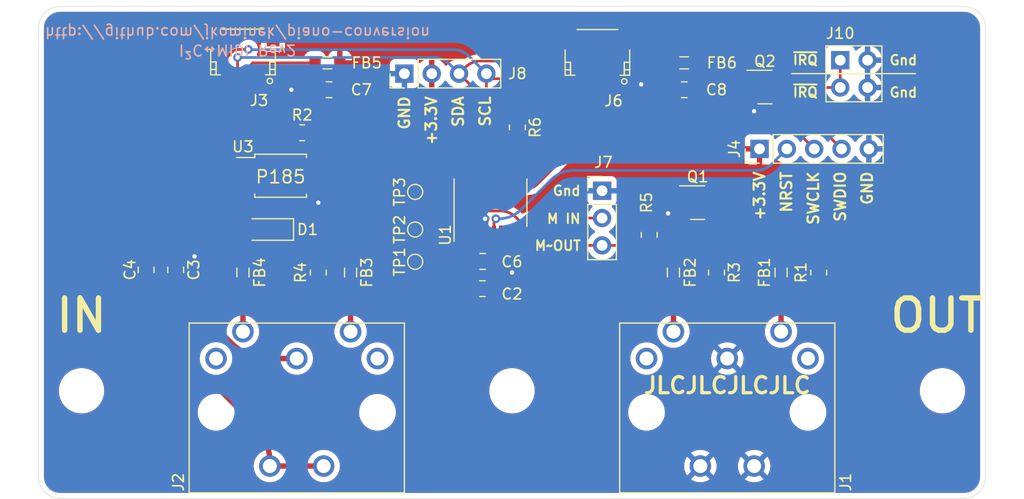
<source format=kicad_pcb>
(kicad_pcb (version 20211014) (generator pcbnew)
  (layers (0 "F.Cu" signal) (31 "B.Cu" signal) (34 "B.Paste" user) (35 "F.Paste" user) (36 "B.SilkS" user "B.Silkscreen") (37 "F.SilkS" user "F.Silkscreen") (38 "B.Mask" user) (39 "F.Mask" user) (44 "Edge.Cuts" user))
  (net 0 "")
  (net 1 "GND")
  (net 2 "+3V3")
  (net 3 "Net-(C3-Pad2)")
  (net 4 "Net-(C4-Pad2)")
  (net 5 "Net-(D1-Pad1)")
  (net 6 "Net-(D1-Pad2)")
  (net 7 "Net-(FB1-Pad2)")
  (net 8 "Net-(FB1-Pad1)")
  (net 9 "Net-(FB2-Pad1)")
  (net 10 "Net-(FB2-Pad2)")
  (net 11 "Net-(FB3-Pad1)")
  (net 12 "Net-(FB4-Pad2)")
  (net 13 "/RX")
  (net 14 "Net-(Q1-Pad1)")
  (net 15 "Net-(FB3-Pad2)")
  (net 16 "Net-(FB5-Pad1)")
  (net 17 "Net-(FB6-Pad1)")
  (net 18 "/SCL")
  (net 19 "/SDA")
  (net 24 "/~{TX}")
  (net 26 "/NRST")
  (net 33 "/SWDIO")
  (net 34 "/SWCLK")
  (net 35 "Net-(TP1-Pad1)")
  (net 36 "Net-(TP2-Pad1)")
  (net 37 "Net-(TP3-Pad1)")
  (net 38 "Net-(Q1-Pad3)")
  (net 39 "Net-(J10-Pad1)")
  (net 40 "Net-(Q2-Pad1)")
  (net 41 "/IRQ")
  (footprint "footprints:SDS-50J" (layer "F.Cu") (at 140 77)
    (fp_text reference "J2" (at -11 1.5 90) (layer "F.SilkS"))
    (fp_text value "MIDI IN")
    (pad "" np_thru_hole circle locked (at -7.5 -5) (size 2.4 2.4) (drill 2.4) (layers *.Cu *.Mask))
    (pad "" np_thru_hole circle locked (at 7.5 -5) (size 2.4 2.4) (drill 2.4) (layers *.Cu *.Mask))
    (pad "1" thru_hole circle locked (at 7.5 -10) (size 2 2) (drill 1.3) (layers *.Cu *.Mask))
    (pad "2" thru_hole circle locked (at 0 -10) (size 2 2) (drill 1.3) (layers *.Cu *.Mask) (net 3 "Net-(C3-Pad2)"))
    (pad "3" thru_hole circle locked (at -7.5 -10) (size 2 2) (drill 1.3) (layers *.Cu *.Mask))
    (pad "4" thru_hole circle locked (at 5 -12.5) (size 2 2) (drill 1.3) (layers *.Cu *.Mask) (net 11 "Net-(FB3-Pad1)"))
    (pad "5" thru_hole circle locked (at -5 -12.5) (size 2 2) (drill 1.3) (layers *.Cu *.Mask) (net 12 "Net-(FB4-Pad2)"))
    (pad "6" thru_hole circle locked (at 2.5 0) (size 2 2) (drill 1.3) (layers *.Cu *.Mask) (net 4 "Net-(C4-Pad2)"))
    (pad "6" thru_hole circle locked (at -2.5 0) (size 2 2) (drill 1.3) (layers *.Cu *.Mask) (net 4 "Net-(C4-Pad2)"))
  )
  (footprint "Capacitor_SMD:C_0805_2012Metric_Pad1.18x1.45mm_HandSolder" (layer "F.Cu") (at 128.75 58.75 -90)
    (fp_text reference "C3" (at 0 -1.68 -90) (layer "F.SilkS"))
    (fp_text value "0.1uF")
    (pad "1" smd roundrect (at -1.0375 0 270) (size 1.175 1.45) (layers "F.Cu" "F.Paste" "F.Mask") (roundrect_rratio 0.212766) (net 1 "GND"))
    (pad "2" smd roundrect (at 1.0375 0 270) (size 1.175 1.45) (layers "F.Cu" "F.Paste" "F.Mask") (roundrect_rratio 0.212766) (net 3 "Net-(C3-Pad2)"))
  )
  (footprint "Capacitor_SMD:C_0805_2012Metric_Pad1.18x1.45mm_HandSolder" (layer "F.Cu") (at 126 58.75 -90)
    (fp_text reference "C4" (at 0 1.5 -90) (layer "F.SilkS"))
    (fp_text value "0.1uF")
    (pad "1" smd roundrect (at -1.0375 0 270) (size 1.175 1.45) (layers "F.Cu" "F.Paste" "F.Mask") (roundrect_rratio 0.212766) (net 1 "GND"))
    (pad "2" smd roundrect (at 1.0375 0 270) (size 1.175 1.45) (layers "F.Cu" "F.Paste" "F.Mask") (roundrect_rratio 0.212766) (net 4 "Net-(C4-Pad2)"))
  )
  (footprint "Diode_SMD:D_SOD-123F" (layer "F.Cu") (at 137.5 55 180)
    (fp_text reference "D1" (at -3.5 0) (layer "F.SilkS"))
    (fp_text value "Vf>=4")
    (pad "1" smd rect (at -1.4 0 180) (size 1.1 1.1) (layers "F.Cu" "F.Paste" "F.Mask") (net 5 "Net-(D1-Pad1)"))
    (pad "2" smd rect (at 1.4 0 180) (size 1.1 1.1) (layers "F.Cu" "F.Paste" "F.Mask") (net 6 "Net-(D1-Pad2)"))
  )
  (footprint "Inductor_SMD:L_0805_2012Metric_Pad1.05x1.20mm_HandSolder" (layer "F.Cu") (at 185 59 90)
    (fp_text reference "FB1" (at 0 -1.55 90) (layer "F.SilkS"))
    (fp_text value "Ferrite")
    (pad "1" smd roundrect (at -1.15 0 90) (size 1.05 1.2) (layers "F.Cu" "F.Paste" "F.Mask") (roundrect_rratio 0.238095) (net 8 "Net-(FB1-Pad1)"))
    (pad "2" smd roundrect (at 1.15 0 90) (size 1.05 1.2) (layers "F.Cu" "F.Paste" "F.Mask") (roundrect_rratio 0.238095) (net 7 "Net-(FB1-Pad2)"))
  )
  (footprint "Inductor_SMD:L_0805_2012Metric_Pad1.05x1.20mm_HandSolder" (layer "F.Cu") (at 145 59 90)
    (fp_text reference "FB3" (at 0 1.5 90) (layer "F.SilkS"))
    (fp_text value "Ferrite")
    (pad "1" smd roundrect (at -1.15 0 90) (size 1.05 1.2) (layers "F.Cu" "F.Paste" "F.Mask") (roundrect_rratio 0.238095) (net 11 "Net-(FB3-Pad1)"))
    (pad "2" smd roundrect (at 1.15 0 90) (size 1.05 1.2) (layers "F.Cu" "F.Paste" "F.Mask") (roundrect_rratio 0.238095) (net 15 "Net-(FB3-Pad2)"))
  )
  (footprint "Inductor_SMD:L_0805_2012Metric_Pad1.05x1.20mm_HandSolder" (layer "F.Cu") (at 135 59 -90)
    (fp_text reference "FB4" (at 0 -1.55 -90) (layer "F.SilkS"))
    (fp_text value "Ferrite")
    (pad "1" smd roundrect (at -1.15 0 270) (size 1.05 1.2) (layers "F.Cu" "F.Paste" "F.Mask") (roundrect_rratio 0.238095) (net 6 "Net-(D1-Pad2)"))
    (pad "2" smd roundrect (at 1.15 0 270) (size 1.05 1.2) (layers "F.Cu" "F.Paste" "F.Mask") (roundrect_rratio 0.238095) (net 12 "Net-(FB4-Pad2)"))
  )
  (footprint "Resistor_SMD:R_0805_2012Metric_Pad1.20x1.40mm_HandSolder" (layer "F.Cu") (at 188.5 59 90)
    (fp_text reference "R1" (at 0 -1.65 90) (layer "F.SilkS"))
    (fp_text value "R_A")
    (pad "1" smd roundrect (at -1 0 90) (size 1.2 1.4) (layers "F.Cu" "F.Paste" "F.Mask") (roundrect_rratio 0.208333) (net 2 "+3V3"))
    (pad "2" smd roundrect (at 1 0 90) (size 1.2 1.4) (layers "F.Cu" "F.Paste" "F.Mask") (roundrect_rratio 0.208333) (net 7 "Net-(FB1-Pad2)"))
  )
  (footprint "Resistor_SMD:R_0805_2012Metric_Pad1.20x1.40mm_HandSolder" (layer "F.Cu") (at 140.5 46)
    (fp_text reference "R2" (at 0 -1.65) (layer "F.SilkS"))
    (fp_text value "R_O")
    (pad "1" smd roundrect (at -1 0) (size 1.2 1.4) (layers "F.Cu" "F.Paste" "F.Mask") (roundrect_rratio 0.208333) (net 2 "+3V3"))
    (pad "2" smd roundrect (at 1 0) (size 1.2 1.4) (layers "F.Cu" "F.Paste" "F.Mask") (roundrect_rratio 0.208333) (net 13 "/RX"))
  )
  (footprint "Resistor_SMD:R_0805_2012Metric_Pad1.20x1.40mm_HandSolder" (layer "F.Cu") (at 179 59 -90)
    (fp_text reference "R3" (at 0 -1.65 -90) (layer "F.SilkS"))
    (fp_text value "R_C")
    (pad "1" smd roundrect (at -1 0 270) (size 1.2 1.4) (layers "F.Cu" "F.Paste" "F.Mask") (roundrect_rratio 0.208333) (net 38 "Net-(Q1-Pad3)"))
    (pad "2" smd roundrect (at 1 0 270) (size 1.2 1.4) (layers "F.Cu" "F.Paste" "F.Mask") (roundrect_rratio 0.208333) (net 9 "Net-(FB2-Pad1)"))
  )
  (footprint "Inductor_SMD:L_0805_2012Metric_Pad1.05x1.20mm_HandSolder" (layer "F.Cu") (at 175 59 -90)
    (fp_text reference "FB2" (at 0 -1.55 -90) (layer "F.SilkS"))
    (fp_text value "Ferrite")
    (pad "1" smd roundrect (at -1.15 0 270) (size 1.05 1.2) (layers "F.Cu" "F.Paste" "F.Mask") (roundrect_rratio 0.238095) (net 9 "Net-(FB2-Pad1)"))
    (pad "2" smd roundrect (at 1.15 0 270) (size 1.05 1.2) (layers "F.Cu" "F.Paste" "F.Mask") (roundrect_rratio 0.238095) (net 10 "Net-(FB2-Pad2)"))
  )
  (footprint "Resistor_SMD:R_0805_2012Metric_Pad1.20x1.40mm_HandSolder" (layer "F.Cu") (at 142 59 90)
    (fp_text reference "R4" (at 0 -1.65 90) (layer "F.SilkS"))
    (fp_text value "220")
    (pad "1" smd roundrect (at -1 0 90) (size 1.2 1.4) (layers "F.Cu" "F.Paste" "F.Mask") (roundrect_rratio 0.208333) (net 5 "Net-(D1-Pad1)"))
    (pad "2" smd roundrect (at 1 0 90) (size 1.2 1.4) (layers "F.Cu" "F.Paste" "F.Mask") (roundrect_rratio 0.208333) (net 15 "Net-(FB3-Pad2)"))
  )
  (footprint "Housings_SOIC:SO-6_4.4x3.6mm_Pitch1.27mm" (layer "F.Cu") (at 138.5 50)
    (fp_text reference "U3" (at -3.5 -2.7) (layer "F.SilkS"))
    (fp_text value "TLP185(SE")
    (pad "1" smd rect locked (at -3.15 -1.27) (size 2 0.64) (layers "F.Cu" "F.Paste" "F.Mask") (net 5 "Net-(D1-Pad1)"))
    (pad "3" smd rect locked (at -3.15 1.27) (size 2 0.64) (layers "F.Cu" "F.Paste" "F.Mask") (net 6 "Net-(D1-Pad2)"))
    (pad "4" smd rect locked (at 3.15 1.27) (size 2 0.64) (layers "F.Cu" "F.Paste" "F.Mask") (net 1 "GND"))
    (pad "6" smd rect locked (at 3.15 -1.27) (size 2 0.64) (layers "F.Cu" "F.Paste" "F.Mask") (net 13 "/RX"))
  )
  (footprint "Capacitor_SMD:C_0805_2012Metric_Pad1.18x1.45mm_HandSolder" (layer "F.Cu") (at 157.27 57.968 180)
    (fp_text reference "C6" (at -2.73 -0.032 180) (layer "F.SilkS"))
    (fp_text value "0.1uF")
    (pad "1" smd roundrect (at -1.0375 0 180) (size 1.175 1.45) (layers "F.Cu" "F.Paste" "F.Mask") (roundrect_rratio 0.212766) (net 1 "GND"))
    (pad "2" smd roundrect (at 1.0375 0 180) (size 1.175 1.45) (layers "F.Cu" "F.Paste" "F.Mask") (roundrect_rratio 0.212766) (net 2 "+3V3"))
  )
  (footprint "Capacitor_SMD:C_0805_2012Metric_Pad1.18x1.45mm_HandSolder" (layer "F.Cu") (at 143 42)
    (fp_text reference "C7" (at 3 0) (layer "F.SilkS"))
    (fp_text value "0.1uF")
    (pad "1" smd roundrect (at -1.0375 0) (size 1.175 1.45) (layers "F.Cu" "F.Paste" "F.Mask") (roundrect_rratio 0.212766) (net 1 "GND"))
    (pad "2" smd roundrect (at 1.0375 0) (size 1.175 1.45) (layers "F.Cu" "F.Paste" "F.Mask") (roundrect_rratio 0.212766) (net 2 "+3V3"))
  )
  (footprint "Capacitor_SMD:C_0805_2012Metric_Pad1.18x1.45mm_HandSolder" (layer "F.Cu") (at 176 42)
    (fp_text reference "C8" (at 3 0) (layer "F.SilkS"))
    (fp_text value "0.1uF")
    (pad "1" smd roundrect (at -1.0375 0) (size 1.175 1.45) (layers "F.Cu" "F.Paste" "F.Mask") (roundrect_rratio 0.212766) (net 1 "GND"))
    (pad "2" smd roundrect (at 1.0375 0) (size 1.175 1.45) (layers "F.Cu" "F.Paste" "F.Mask") (roundrect_rratio 0.212766) (net 2 "+3V3"))
  )
  (footprint "Inductor_SMD:L_0805_2012Metric_Pad1.05x1.20mm_HandSolder" (layer "F.Cu") (at 142.85 39.5)
    (fp_text reference "FB5" (at 3.65 0) (layer "F.SilkS"))
    (fp_text value "FB")
    (pad "1" smd roundrect (at -1.15 0) (size 1.05 1.2) (layers "F.Cu" "F.Paste" "F.Mask") (roundrect_rratio 0.238095) (net 16 "Net-(FB5-Pad1)"))
    (pad "2" smd roundrect (at 1.15 0) (size 1.05 1.2) (layers "F.Cu" "F.Paste" "F.Mask") (roundrect_rratio 0.238095) (net 2 "+3V3"))
  )
  (footprint "Inductor_SMD:L_0805_2012Metric_Pad1.05x1.20mm_HandSolder" (layer "F.Cu") (at 176 39.5)
    (fp_text reference "FB6" (at 3.5 0) (layer "F.SilkS"))
    (fp_text value "FB")
    (pad "1" smd roundrect (at -1.15 0) (size 1.05 1.2) (layers "F.Cu" "F.Paste" "F.Mask") (roundrect_rratio 0.238095) (net 17 "Net-(FB6-Pad1)"))
    (pad "2" smd roundrect (at 1.15 0) (size 1.05 1.2) (layers "F.Cu" "F.Paste" "F.Mask") (roundrect_rratio 0.238095) (net 2 "+3V3"))
  )
  (footprint "Connectors_JST:JST_SH_SM04B-SRSS-TB_04x1.00mm_Angled" (layer "F.Cu") (at 135 39 180)
    (fp_text reference "J3" (at -1.5 -4) (layer "F.SilkS"))
    (fp_text value "Qwiic")
    (pad "" smd rect locked (at 2.8 1.9375 180) (size 1.2 1.8) (layers "F.Cu" "F.Paste" "F.Mask"))
    (pad "" smd rect locked (at -2.8 1.9375 180) (size 1.2 1.8) (layers "F.Cu" "F.Paste" "F.Mask"))
    (pad "1" smd rect locked (at -1.5 -1.9375 180) (size 0.6 1.55) (layers "F.Cu" "F.Paste" "F.Mask") (net 1 "GND"))
    (pad "2" smd rect locked (at -0.5 -1.9375 180) (size 0.6 1.55) (layers "F.Cu" "F.Paste" "F.Mask") (net 16 "Net-(FB5-Pad1)"))
    (pad "3" smd rect locked (at 0.5 -1.9375 180) (size 0.6 1.55) (layers "F.Cu" "F.Paste" "F.Mask") (net 19 "/SDA"))
    (pad "4" smd rect locked (at 1.5 -1.9375 180) (size 0.6 1.55) (layers "F.Cu" "F.Paste" "F.Mask") (net 18 "/SCL"))
  )
  (footprint "Connectors_JST:JST_SH_SM04B-SRSS-TB_04x1.00mm_Angled" (layer "F.Cu") (at 167.935 39.0375 180)
    (fp_text reference "J6" (at -1.5 -4) (layer "F.SilkS"))
    (fp_text value "Qwiic")
    (pad "" smd rect locked (at 2.8 1.9375 180) (size 1.2 1.8) (layers "F.Cu" "F.Paste" "F.Mask"))
    (pad "" smd rect locked (at -2.8 1.9375 180) (size 1.2 1.8) (layers "F.Cu" "F.Paste" "F.Mask"))
    (pad "1" smd rect locked (at -1.5 -1.9375 180) (size 0.6 1.55) (layers "F.Cu" "F.Paste" "F.Mask") (net 1 "GND"))
    (pad "2" smd rect locked (at -0.5 -1.9375 180) (size 0.6 1.55) (layers "F.Cu" "F.Paste" "F.Mask") (net 17 "Net-(FB6-Pad1)"))
    (pad "3" smd rect locked (at 0.5 -1.9375 180) (size 0.6 1.55) (layers "F.Cu" "F.Paste" "F.Mask") (net 19 "/SDA"))
    (pad "4" smd rect locked (at 1.5 -1.9375 180) (size 0.6 1.55) (layers "F.Cu" "F.Paste" "F.Mask") (net 18 "/SCL"))
  )
  (footprint "Pin_Headers:Pin_Header_Straight_1x03_Pitch2.54mm" (layer "F.Cu") (at 168.37 51.395)
    (fp_text reference "J7" (at 0.13 -2.645) (layer "F.SilkS"))
    (fp_text value "UART")
    (pad "1" thru_hole rect locked (at 0 0) (size 1.7 1.7) (drill 1) (layers *.Cu *.Mask) (net 1 "GND"))
    (pad "2" thru_hole oval locked (at 0 2.54) (size 1.7 1.7) (drill 1) (layers *.Cu *.Mask) (net 13 "/RX"))
    (pad "3" thru_hole oval locked (at 0 5.08) (size 1.7 1.7) (drill 1) (layers *.Cu *.Mask) (net 24 "/~{TX}"))
  )
  (footprint "Capacitor_SMD:C_0805_2012Metric_Pad1.18x1.45mm_HandSolder" (layer "F.Cu") (at 157.25 60.5 180)
    (fp_text reference "C2" (at -2.75 -0.5 180) (layer "F.SilkS"))
    (fp_text value "4.7uF")
    (pad "1" smd roundrect (at -1.0375 0 180) (size 1.175 1.45) (layers "F.Cu" "F.Paste" "F.Mask") (roundrect_rratio 0.212766) (net 1 "GND"))
    (pad "2" smd roundrect (at 1.0375 0 180) (size 1.175 1.45) (layers "F.Cu" "F.Paste" "F.Mask") (roundrect_rratio 0.212766) (net 2 "+3V3"))
  )
  (footprint "MountingHole:MountingHole_3.2mm_M3" (layer "F.Cu") (at 120 70)
    (fp_text reference "H1" hide)
    (fp_text value "MountingHole")
    (pad "" np_thru_hole circle locked (at 0 0) (size 3.2 3.2) (drill 3.2) (layers *.Cu *.Mask))
  )
  (footprint "MountingHole:MountingHole_3.2mm_M3" (layer "F.Cu") (at 160 70)
    (fp_text reference "H2" hide)
    (fp_text value "MountingHole")
    (pad "" np_thru_hole circle locked (at 0 0) (size 3.2 3.2) (drill 3.2) (layers *.Cu *.Mask))
  )
  (footprint "MountingHole:MountingHole_3.2mm_M3" (layer "F.Cu") (at 200 70)
    (fp_text reference "H3" hide)
    (fp_text value "MountingHole")
    (pad "" np_thru_hole circle locked (at 0 0) (size 3.2 3.2) (drill 3.2) (layers *.Cu *.Mask))
  )
  (footprint "Pin_Headers:Pin_Header_Straight_1x04_Pitch2.54mm" (layer "F.Cu") (at 150 40.5 90)
    (fp_text reference "J8" (at 0 10.5 180) (layer "F.SilkS"))
    (fp_text value "I2C")
    (pad "1" thru_hole rect locked (at 0 0 90) (size 1.7 1.7) (drill 1) (layers *.Cu *.Mask) (net 1 "GND"))
    (pad "2" thru_hole oval locked (at 0 2.54 90) (size 1.7 1.7) (drill 1) (layers *.Cu *.Mask) (net 2 "+3V3"))
    (pad "3" thru_hole oval locked (at 0 5.08 90) (size 1.7 1.7) (drill 1) (layers *.Cu *.Mask) (net 19 "/SDA"))
    (pad "4" thru_hole oval locked (at 0 7.62 90) (size 1.7 1.7) (drill 1) (layers *.Cu *.Mask) (net 18 "/SCL"))
  )
  (footprint "Pin_Headers:Pin_Header_Straight_2x02_Pitch2.54mm" (layer "F.Cu") (at 190.5 39.25)
    (fp_text reference "J10" (at 0 -2.5 180) (layer "F.SilkS"))
    (fp_text value "Conn_02x02_Odd_Even")
    (pad "1" thru_hole rect locked (at 0 0) (size 1.7 1.7) (drill 1) (layers *.Cu *.Mask) (net 39 "Net-(J10-Pad1)"))
    (pad "2" thru_hole oval locked (at 2.54 0) (size 1.7 1.7) (drill 1) (layers *.Cu *.Mask) (net 1 "GND"))
    (pad "3" thru_hole oval locked (at 0 2.54) (size 1.7 1.7) (drill 1) (layers *.Cu *.Mask) (net 39 "Net-(J10-Pad1)"))
    (pad "4" thru_hole oval locked (at 2.54 2.54) (size 1.7 1.7) (drill 1) (layers *.Cu *.Mask) (net 1 "GND"))
  )
  (footprint "footprints:SDS-50J" (layer "F.Cu") (at 180 77)
    (fp_text reference "J1" (at 11 1.5 90) (layer "F.SilkS"))
    (fp_text value "MIDI OUT")
    (pad "" np_thru_hole circle locked (at 7.5 -5) (size 2.4 2.4) (drill 2.4) (layers *.Cu *.Mask))
    (pad "" np_thru_hole circle locked (at -7.5 -5) (size 2.4 2.4) (drill 2.4) (layers *.Cu *.Mask))
    (pad "1" thru_hole circle locked (at 7.5 -10) (size 2 2) (drill 1.3) (layers *.Cu *.Mask))
    (pad "2" thru_hole circle locked (at 0 -10) (size 2 2) (drill 1.3) (layers *.Cu *.Mask) (net 1 "GND"))
    (pad "3" thru_hole circle locked (at -7.5 -10) (size 2 2) (drill 1.3) (layers *.Cu *.Mask))
    (pad "4" thru_hole circle locked (at 5 -12.5) (size 2 2) (drill 1.3) (layers *.Cu *.Mask) (net 8 "Net-(FB1-Pad1)"))
    (pad "5" thru_hole circle locked (at -5 -12.5) (size 2 2) (drill 1.3) (layers *.Cu *.Mask) (net 10 "Net-(FB2-Pad2)"))
    (pad "6" thru_hole circle locked (at -2.5 0) (size 2 2) (drill 1.3) (layers *.Cu *.Mask) (net 1 "GND"))
    (pad "6" thru_hole circle locked (at 2.5 0) (size 2 2) (drill 1.3) (layers *.Cu *.Mask) (net 1 "GND"))
  )
  (footprint "Connector_PinHeader_2.54mm:PinHeader_1x05_P2.54mm_Vertical" (layer "F.Cu") (at 183 47.5 90)
    (fp_text reference "J4" (at 0 -2.33 90) (layer "F.SilkS"))
    (fp_text value "Serial Wire")
    (pad "1" thru_hole rect (at 0 0 90) (size 1.7 1.7) (drill 1) (layers *.Cu *.Mask) (net 2 "+3V3"))
    (pad "2" thru_hole oval (at 0 2.54 90) (size 1.7 1.7) (drill 1) (layers *.Cu *.Mask) (net 26 "/NRST"))
    (pad "3" thru_hole oval (at 0 5.08 90) (size 1.7 1.7) (drill 1) (layers *.Cu *.Mask) (net 34 "/SWCLK"))
    (pad "4" thru_hole oval (at 0 7.62 90) (size 1.7 1.7) (drill 1) (layers *.Cu *.Mask) (net 33 "/SWDIO"))
    (pad "5" thru_hole oval (at 0 10.16 90) (size 1.7 1.7) (drill 1) (layers *.Cu *.Mask) (net 1 "GND"))
  )
  (footprint "Resistor_SMD:R_0805_2012Metric_Pad1.20x1.40mm_HandSolder" (layer "F.Cu") (at 172.75 55.5 90)
    (fp_text reference "R5" (at 3 -0.25 90) (layer "F.SilkS"))
    (fp_text value "10k")
    (pad "1" smd roundrect locked (at -1 0 90) (size 1.2 1.4) (layers "F.Cu" "F.Paste" "F.Mask") (roundrect_rratio 0.208333) (net 24 "/~{TX}"))
    (pad "2" smd roundrect locked (at 1 0 90) (size 1.2 1.4) (layers "F.Cu" "F.Paste" "F.Mask") (roundrect_rratio 0.208333) (net 14 "Net-(Q1-Pad1)"))
  )
  (footprint "TestPoint:TestPoint_Pad_D1.0mm" (layer "F.Cu") (at 151 55 90)
    (fp_text reference "TP2" (at 0 -1.448 90) (layer "F.SilkS"))
    (fp_text value "TestPoint")
    (pad "1" smd circle (at 0 0 90) (size 1 1) (layers "F.Cu" "F.Mask") (net 36 "Net-(TP2-Pad1)"))
  )
  (footprint "Package_TO_SOT_SMD:SOT-23" (layer "F.Cu") (at 183.5 41.75)
    (fp_text reference "Q2" (at 0 -2.4) (layer "F.SilkS"))
    (fp_text value "Q_NPN_BEC")
    (pad "1" smd roundrect locked (at -0.9375 -0.95) (size 1.475 0.6) (layers "F.Cu" "F.Paste" "F.Mask") (net 40 "Net-(Q2-Pad1)"))
    (pad "2" smd roundrect locked (at -0.9375 0.95) (size 1.475 0.6) (layers "F.Cu" "F.Paste" "F.Mask") (net 1 "GND"))
    (pad "3" smd roundrect locked (at 0.9375 0) (size 1.475 0.6) (layers "F.Cu" "F.Paste" "F.Mask") (net 39 "Net-(J10-Pad1)"))
  )
  (footprint "TestPoint:TestPoint_Pad_D1.0mm" (layer "F.Cu") (at 151 58 90)
    (fp_text reference "TP1" (at 0 -1.448 90) (layer "F.SilkS"))
    (fp_text value "TestPoint")
    (pad "1" smd circle (at 0 0 90) (size 1 1) (layers "F.Cu" "F.Mask") (net 35 "Net-(TP1-Pad1)"))
  )
  (footprint "Resistor_SMD:R_0805_2012Metric_Pad1.20x1.40mm_HandSolder" (layer "F.Cu") (at 160.5 45.5 -90)
    (fp_text reference "R6" (at 0 -1.65 90) (layer "F.SilkS"))
    (fp_text value "10k")
    (pad "1" smd roundrect locked (at -1 0 270) (size 1.2 1.4) (layers "F.Cu" "F.Paste" "F.Mask") (roundrect_rratio 0.208333) (net 40 "Net-(Q2-Pad1)"))
    (pad "2" smd roundrect locked (at 1 0 270) (size 1.2 1.4) (layers "F.Cu" "F.Paste" "F.Mask") (roundrect_rratio 0.208333) (net 41 "/IRQ"))
  )
  (footprint "Package_TO_SOT_SMD:SOT-23" (layer "F.Cu") (at 177.25 52.5)
    (fp_text reference "Q1" (at 0 -2.4) (layer "F.SilkS"))
    (fp_text value "Q_NPN_BEC")
    (pad "1" smd roundrect locked (at -0.9375 -0.95) (size 1.475 0.6) (layers "F.Cu" "F.Paste" "F.Mask") (net 14 "Net-(Q1-Pad1)"))
    (pad "2" smd roundrect locked (at -0.9375 0.95) (size 1.475 0.6) (layers "F.Cu" "F.Paste" "F.Mask") (net 1 "GND"))
    (pad "3" smd roundrect locked (at 0.9375 0) (size 1.475 0.6) (layers "F.Cu" "F.Paste" "F.Mask") (net 38 "Net-(Q1-Pad3)"))
  )
  (footprint "Package_SO:TSSOP-20_4.4x6.5mm_P0.65mm" (layer "F.Cu") (at 158 52.5 90)
    (fp_text reference "U1" (at -3 -4.2 90) (layer "F.SilkS"))
    (fp_text value "STM32G030Fx")
    (pad "1" smd roundrect (at -2.8625 -2.925 90) (size 1.475 0.4) (layers "F.Cu" "F.Paste" "F.Mask") (net 36 "Net-(TP2-Pad1)"))
    (pad "2" smd roundrect (at -2.8625 -2.275 90) (size 1.475 0.4) (layers "F.Cu" "F.Paste" "F.Mask") (net 35 "Net-(TP1-Pad1)"))
    (pad "3" smd roundrect (at -2.8625 -1.625 90) (size 1.475 0.4) (layers "F.Cu" "F.Paste" "F.Mask"))
    (pad "4" smd roundrect (at -2.8625 -0.975 90) (size 1.475 0.4) (layers "F.Cu" "F.Paste" "F.Mask") (net 2 "+3V3"))
    (pad "5" smd roundrect (at -2.8625 -0.325 90) (size 1.475 0.4) (layers "F.Cu" "F.Paste" "F.Mask") (net 1 "GND"))
    (pad "6" smd roundrect (at -2.8625 0.325 90) (size 1.475 0.4) (layers "F.Cu" "F.Paste" "F.Mask") (net 26 "/NRST"))
    (pad "7" smd roundrect (at -2.8625 0.975 90) (size 1.475 0.4) (layers "F.Cu" "F.Paste" "F.Mask"))
    (pad "8" smd roundrect (at -2.8625 1.625 90) (size 1.475 0.4) (layers "F.Cu" "F.Paste" "F.Mask"))
    (pad "9" smd roundrect (at -2.8625 2.275 90) (size 1.475 0.4) (layers "F.Cu" "F.Paste" "F.Mask") (net 24 "/~{TX}"))
    (pad "10" smd roundrect (at -2.8625 2.925 90) (size 1.475 0.4) (layers "F.Cu" "F.Paste" "F.Mask") (net 13 "/RX"))
    (pad "11" smd roundrect (at 2.8625 2.925 90) (size 1.475 0.4) (layers "F.Cu" "F.Paste" "F.Mask"))
    (pad "12" smd roundrect (at 2.8625 2.275 90) (size 1.475 0.4) (layers "F.Cu" "F.Paste" "F.Mask"))
    (pad "13" smd roundrect (at 2.8625 1.625 90) (size 1.475 0.4) (layers "F.Cu" "F.Paste" "F.Mask"))
    (pad "14" smd roundrect (at 2.8625 0.975 90) (size 1.475 0.4) (layers "F.Cu" "F.Paste" "F.Mask"))
    (pad "15" smd roundrect (at 2.8625 0.325 90) (size 1.475 0.4) (layers "F.Cu" "F.Paste" "F.Mask") (net 41 "/IRQ"))
    (pad "16" smd roundrect (at 2.8625 -0.325 90) (size 1.475 0.4) (layers "F.Cu" "F.Paste" "F.Mask") (net 18 "/SCL"))
    (pad "17" smd roundrect (at 2.8625 -0.975 90) (size 1.475 0.4) (layers "F.Cu" "F.Paste" "F.Mask") (net 19 "/SDA"))
    (pad "18" smd roundrect (at 2.8625 -1.625 90) (size 1.475 0.4) (layers "F.Cu" "F.Paste" "F.Mask") (net 33 "/SWDIO"))
    (pad "19" smd roundrect (at 2.8625 -2.275 90) (size 1.475 0.4) (layers "F.Cu" "F.Paste" "F.Mask") (net 34 "/SWCLK"))
    (pad "20" smd roundrect (at 2.8625 -2.925 90) (size 1.475 0.4) (layers "F.Cu" "F.Paste" "F.Mask") (net 37 "Net-(TP3-Pad1)"))
  )
  (footprint "TestPoint:TestPoint_Pad_D1.0mm" (layer "F.Cu") (at 151 51.5 90)
    (fp_text reference "TP3" (at 0 -1.448 90) (layer "F.SilkS"))
    (fp_text value "TestPoint")
    (pad "1" smd circle (at 0 0 90) (size 1 1) (layers "F.Cu" "F.Mask") (net 37 "Net-(TP3-Pad1)"))
  )
  (gr_line (start 197.5 40.5) (end 186 40.5) (layer "F.SilkS") (width 0.12))
  (gr_line (start 202 34.25) (end 118 34.25) (layer "Edge.Cuts") (width 0.05))
  (gr_line (start 116 36.25) (end 116 78) (layer "Edge.Cuts") (width 0.05))
  (gr_arc (start 116 36.25) (mid 116.585786 34.835786) (end 118 34.25) (layer "Edge.Cuts") (width 0.05))
  (gr_line (start 204 78) (end 204 36.25) (layer "Edge.Cuts") (width 0.05))
  (gr_arc (start 118 80) (mid 116.585786 79.414214) (end 116 78) (layer "Edge.Cuts") (width 0.05))
  (gr_arc (start 204 78) (mid 203.414214 79.414214) (end 202 80) (layer "Edge.Cuts") (width 0.05))
  (gr_line (start 118 80) (end 202 80) (layer "Edge.Cuts") (width 0.05))
  (gr_arc (start 202 34.25) (mid 203.414214 34.835786) (end 204 36.25) (layer "Edge.Cuts") (width 0.05))
  (gr_text "I²C↔MIDI Rev2\nhttp://github.com/jkominek/piano-conversion" (at 134.5 37.5 180) (layer "B.SilkS") (effects (font (size 1 1)) (justify mirror)))
  (gr_text "IN" (at 120 63) (layer "F.SilkS") (effects (font (size 3 3) (thickness 0.5))))
  (gr_text "M IN" (at 166.465 54) (layer "F.SilkS") (effects (font (size 0.9 0.9) (thickness 0.18)) (justify right)))
  (gr_text "M~OUT" (at 166.5 56.5) (layer "F.SilkS") (effects (font (size 0.9 0.9) (thickness 0.18)) (justify right)))
  (gr_text "Gnd" (at 197.75 42.25) (layer "F.SilkS") (effects (font (size 0.9 0.9) (thickness 0.18)) (justify right)))
  (gr_text "Gnd" (at 197.75 39.25) (layer "F.SilkS") (effects (font (size 0.9 0.9) (thickness 0.18)) (justify right)))
  (gr_text "~{IRQ}" (at 186 39.25) (layer "F.SilkS") (effects (font (size 0.9 0.9) (thickness 0.18)) (justify left)))
  (gr_text "~{IRQ}" (at 186 42.25) (layer "F.SilkS") (effects (font (size 0.9 0.9) (thickness 0.18)) (justify left)))
  (gr_text "SCL" (at 157.5 42.5 90) (layer "F.SilkS") (effects (font (size 1 1) (thickness 0.2)) (justify right)))
  (gr_text "SDA" (at 155 42.5 90) (layer "F.SilkS") (effects (font (size 1 1) (thickness 0.2)) (justify right)))
  (gr_text "GND" (at 150 42.5 90) (layer "F.SilkS") (effects (font (size 1 1) (thickness 0.2)) (justify right)))
  (gr_text "JLCJLCJLCJLC" (at 180 69.5) (layer "F.SilkS") (effects (font (size 1.5 1.5) (thickness 0.3))))
  (gr_text "+3.3V" (at 152.5 42.5 90) (layer "F.SilkS") (effects (font (size 1 1) (thickness 0.2)) (justify right)))
  (gr_text "SWCLK" (at 188 49.5 90) (layer "F.SilkS") (effects (font (size 1 1) (thickness 0.2)) (justify right)))
  (gr_text "+3.3V" (at 183 49.5 90) (layer "F.SilkS") (effects (font (size 1 1) (thickness 0.2)) (justify right)))
  (gr_text "SWDIO" (at 190.5 49.5 90) (layer "F.SilkS") (effects (font (size 1 1) (thickness 0.2)) (justify right)))
  (gr_text "NRST" (at 185.5 49.5 90) (layer "F.SilkS") (effects (font (size 1 1) (thickness 0.2)) (justify right)))
  (gr_text "OUT" (at 199.5 63) (layer "F.SilkS") (effects (font (size 3 3) (thickness 0.5))))
  (gr_text "P185" (at 138.5 50.1) (layer "F.SilkS") (effects (font (size 1.2 1.2) (thickness 0.155))))
  (gr_text "GND" (at 193 49.5 90) (layer "F.SilkS") (effects (font (size 1 1) (thickness 0.2)) (justify right)))
  (gr_text "Gnd" (at 166.465 51.395) (layer "F.SilkS") (effects (font (size 0.9 0.9) (thickness 0.18)) (justify right)))
  (segment (start 182.5625 43.9375) (end 182.5 44) (width 0.25) (layer "F.Cu") (net 1))
  (segment (start 157.675 55.3625) (end 157.675 54.175) (width 0.25) (layer "F.Cu") (net 1))
  (segment (start 176.0625 53.45) (end 174.55 53.45) (width 0.25) (layer "F.Cu") (net 1))
  (segment (start 182.5625 42.7) (end 182.5625 43.9375) (width 0.25) (layer "F.Cu") (net 1))
  (segment (start 141.75 42) (end 139.5 42) (width 0.5) (layer "F.Cu") (net 1))
  (segment (start 126 57.7125) (end 128.75 57.7125) (width 0.5) (layer "F.Cu") (net 1))
  (segment (start 171.475 40.975) (end 172 41.5) (width 0.5) (layer "F.Cu") (net 1))
  (segment (start 157.675 56.175) (end 158.52 57.02) (width 0.25) (layer "F.Cu") (net 1))
  (segment (start 158.52 57.02) (end 158.52 57.968) (width 0.25) (layer "F.Cu") (net 1))
  (segment (start 157.675 55.3625) (end 157.675 56.175) (width 0.25) (layer "F.Cu") (net 1))
  (segment (start 158.5 59) (end 158.5 57.988) (width 0.4) (layer "F.Cu") (net 1))
  (segment (start 174.75 42) (end 172.5 42) (width 0.5) (layer "F.Cu") (net 1))
  (segment (start 136.5 40.9375) (end 137.194859 40.9375) (width 0.5) (layer "F.Cu") (net 1))
  (segment (start 139.31618 41.81618) (end 139.5 42) (width 0.5) (layer "F.Cu") (net 1))
  (segment (start 130.2875 57.7125) (end 130.5 57.5) (width 0.5) (layer "F.Cu") (net 1))
  (segment (start 128.75 57.7125) (end 130.2875 57.7125) (width 0.5) (layer "F.Cu") (net 1))
  (segment (start 158.5 60) (end 158.5 59) (width 0.4) (layer "F.Cu") (net 1))
  (segment (start 157.675 54.175) (end 157.5 54) (width 0.25) (layer "F.Cu") (net 1))
  (segment (start 158.5 57.988) (end 158.52 57.968) (width 0.25) (layer "F.Cu") (net 1))
  (segment (start 160 59) (end 158.5 59) (width 0.25) (layer "F.Cu") (net 1))
  (segment (start 141.65 52.15) (end 142 52.5) (width 0.5) (layer "F.Cu") (net 1))
  (segment (start 172.5 42) (end 172 41.5) (width 0.5) (layer "F.Cu") (net 1))
  (segment (start 169.435 40.975) (end 171.475 40.975) (width 0.5) (layer "F.Cu") (net 1))
  (segment (start 174.55 53.45) (end 174.5 53.5) (width 0.25) (layer "F.Cu") (net 1))
  (segment (start 141.65 51.27) (end 141.65 52.15) (width 0.5) (layer "F.Cu") (net 1))
  (via (at 142 52.5) (size 0.8) (drill 0.4) (layers "F.Cu" "B.Cu") (net 1))
  (via (at 139.5 42) (size 0.8) (drill 0.4) (layers "F.Cu" "B.Cu") (net 1))
  (via (at 130.5 57.5) (size 0.8) (drill 0.4) (layers "F.Cu" "B.Cu") (net 1))
  (via (at 172 41.5) (size 0.8) (drill 0.4) (layers "F.Cu" "B.Cu") (net 1))
  (via (at 160 59) (size 0.8) (drill 0.4) (layers "F.Cu" "B.Cu") (net 1))
  (via (at 157.5 54) (size 0.8) (drill 0.4) (layers "F.Cu" "B.Cu") (net 1))
  (via (at 174.5 53.5) (size 0.8) (drill 0.4) (layers "F.Cu" "B.Cu") (net 1))
  (via (at 182.5 44) (size 0.8) (drill 0.4) (layers "F.Cu" "B.Cu") (net 1))
  (arc (start 137.194859 40.9375) (mid 138.34291 41.165862) (end 139.31618 41.81618) (width 0.5) (layer "F.Cu") (net 1))
  (segment (start 157.025 56.050361) (end 156.02 57.055361) (width 0.25) (layer "F.Cu") (net 2))
  (segment (start 156.02 57.055361) (end 156.02 57.968) (width 0.25) (layer "F.Cu") (net 2))
  (segment (start 157.025 55.3625) (end 157.025 56.050361) (width 0.25) (layer "F.Cu") (net 2))
  (segment (start 128.75 60.396002) (end 128.75 60) (width 0.5) (layer "F.Cu") (net 3))
  (segment (start 133.889532 65.535534) (end 128.75 60.396002) (width 0.5) (layer "F.Cu") (net 3))
  (segment (start 140 67) (end 137.425066 67) (width 0.5) (layer "F.Cu") (net 3))
  (arc (start 133.889532 65.535534) (mid 135.511649 66.619398) (end 137.425066 67) (width 0.5) (layer "F.Cu") (net 3))
  (segment (start 127.464466 64.522464) (end 136.035534 73.093532) (width 0.5) (layer "F.Cu") (net 4))
  (segment (start 137.5 76.629066) (end 137.5 77) (width 0.5) (layer "F.Cu") (net 4))
  (segment (start 142.5 77) (end 137.5 77) (width 0.5) (layer "F.Cu") (net 4))
  (segment (start 126 60) (end 126 60.98693) (width 0.5) (layer "F.Cu") (net 4))
  (arc (start 126 60.98693) (mid 126.380602 62.900347) (end 127.464466 64.522464) (width 0.5) (layer "F.Cu") (net 4))
  (arc (start 137.5 76.629066) (mid 137.119398 74.715649) (end 136.035534 73.093532) (width 0.5) (layer "F.Cu") (net 4))
  (segment (start 137.728427 51.429405) (end 135.35 49.050978) (width 0.5) (layer "F.Cu") (net 5))
  (segment (start 142 60.35) (end 140.071573 58.421573) (width 0.5) (layer "F.Cu") (net 5))
  (segment (start 138.9 55.593146) (end 138.9 55) (width 0.5) (layer "F.Cu") (net 5))
  (segment (start 135.35 49.050978) (end 135.35 48.73) (width 0.5) (layer "F.Cu") (net 5))
  (segment (start 138.9 55) (end 138.9 54.257832) (width 0.5) (layer "F.Cu") (net 5))
  (arc (start 138.9 55.593146) (mid 139.204482 57.12388) (end 140.071573 58.421573) (width 0.5) (layer "F.Cu") (net 5))
  (arc (start 137.728427 51.429405) (mid 138.595518 52.727098) (end 138.9 54.257832) (width 0.5) (layer "F.Cu") (net 5))
  (segment (start 135.807107 53.057107) (end 135.642893 52.892893) (width 0.5) (layer "F.Cu") (net 6))
  (segment (start 135.514213 57.335787) (end 135 57.85) (width 0.5) (layer "F.Cu") (net 6))
  (segment (start 135.35 52.185786) (end 135.35 51.27) (width 0.5) (layer "F.Cu") (net 6))
  (segment (start 136.1 55) (end 136.1 53.764214) (width 0.5) (layer "F.Cu") (net 6))
  (segment (start 136.1 55) (end 136.1 55.921573) (width 0.5) (layer "F.Cu") (net 6))
  (arc (start 135.807107 53.057107) (mid 136.02388 53.38153) (end 136.1 53.764214) (width 0.5) (layer "F.Cu") (net 6))
  (arc (start 136.1 55.921573) (mid 135.947759 56.68694) (end 135.514213 57.335787) (width 0.5) (layer "F.Cu") (net 6))
  (arc (start 135.35 52.185786) (mid 135.42612 52.568469) (end 135.642893 52.892893) (width 0.5) (layer "F.Cu") (net 6))
  (segment (start 188.35 57.85) (end 188.5 58) (width 0.5) (layer "F.Cu") (net 7))
  (segment (start 185 57.85) (end 188.35 57.85) (width 0.5) (layer "F.Cu") (net 7))
  (segment (start 185 60.35) (end 185 64.5) (width 0.5) (layer "F.Cu") (net 8))
  (segment (start 176.27132 59.12132) (end 175 57.85) (width 0.5) (layer "F.Cu") (net 9))
  (segment (start 179 60) (end 178.392641 60) (width 0.5) (layer "F.Cu") (net 9))
  (arc (start 178.392641 60) (mid 177.24459 59.771638) (end 176.27132 59.12132) (width 0.5) (layer "F.Cu") (net 9))
  (segment (start 175 60.35) (end 175 64.5) (width 0.5) (layer "F.Cu") (net 10))
  (segment (start 145 60.35) (end 145 64.5) (width 0.5) (layer "F.Cu") (net 11))
  (segment (start 135 60.35) (end 135 64.5) (width 0.5) (layer "F.Cu") (net 12))
  (segment (start 160.925 55.3625) (end 160.925 54.425) (width 0.25) (layer "F.Cu") (net 13))
  (segment (start 141.85 48.53) (end 141.65 48.73) (width 0.25) (layer "F.Cu") (net 13))
  (segment (start 141.85 46) (end 141.85 48.53) (width 0.25) (layer "F.Cu") (net 13))
  (segment (start 161.122107 54.227893) (end 160.925 54.425) (width 0.25) (layer "F.Cu") (net 13))
  (segment (start 160.925 54.425) (end 160.361275 53.861275) (width 0.25) (layer "F.Cu") (net 13))
  (segment (start 145.023916 52.103916) (end 141.65 48.73) (width 0.25) (layer "F.Cu") (net 13))
  (segment (start 168.37 53.935) (end 161.829214 53.935) (width 0.25) (layer "F.Cu") (net 13))
  (segment (start 158.947062 53.275489) (end 147.852343 53.275489) (width 0.25) (layer "F.Cu") (net 13))
  (arc (start 158.947062 53.275489) (mid 159.712429 53.42773) (end 160.361275 53.861275) (width 0.25) (layer "F.Cu") (net 13))
  (arc (start 161.122107 54.227893) (mid 161.44653 54.01112) (end 161.829214 53.935) (width 0.25) (layer "F.Cu") (net 13))
  (arc (start 147.852343 53.275489) (mid 146.321609 52.971007) (end 145.023916 52.103916) (width 0.25) (layer "F.Cu") (net 13))
  (segment (start 172.75 54.5) (end 172.75 54.1) (width 0.25) (layer "F.Cu") (net 14))
  (segment (start 175.25 51.6) (end 176.2625 51.6) (width 0.25) (layer "F.Cu") (net 14))
  (arc (start 175.25 51.6) (mid 173.482233 52.332233) (end 172.75 54.1) (width 0.25) (layer "F.Cu") (net 14))
  (segment (start 142.15 57.85) (end 142 58) (width 0.5) (layer "F.Cu") (net 15))
  (segment (start 145 57.85) (end 142.15 57.85) (width 0.5) (layer "F.Cu") (net 15))
  (segment (start 135.9125 39.5) (end 135.5 39.9125) (width 0.25) (layer "F.Cu") (net 16))
  (segment (start 141.5 39.5) (end 135.9125 39.5) (width 0.25) (layer "F.Cu") (net 16))
  (segment (start 135.5 39.9125) (end 135.5 40.9375) (width 0.25) (layer "F.Cu") (net 16))
  (segment (start 174.85 39.5) (end 169.414214 39.5) (width 0.25) (layer "F.Cu") (net 17))
  (segment (start 168.435 40.147843) (end 168.435 40.975) (width 0.25) (layer "F.Cu") (net 17))
  (segment (start 168.707107 39.792893) (end 168.493578 40.006422) (width 0.25) (layer "F.Cu") (net 17))
  (arc (start 168.435 40.147843) (mid 168.450224 40.071307) (end 168.493578 40.006422) (width 0.25) (layer "F.Cu") (net 17))
  (arc (start 168.707107 39.792893) (mid 169.03153 39.57612) (end 169.414214 39.5) (width 0.25) (layer "F.Cu") (net 17))
  (segment (start 157.62 40.5) (end 157.62 49.5825) (width 0.25) (layer "F.Cu") (net 18))
  (segment (start 158.095 40.975) (end 157.62 40.5) (width 0.25) (layer "F.Cu") (net 18))
  (segment (start 134.536046 38.25) (end 135.5 38.25) (width 0.25) (layer "F.Cu") (net 18))
  (segment (start 166.435 40.975) (end 158.095 40.975) (width 0.25) (layer "F.Cu") (net 18))
  (segment (start 133.71967 38.755716) (end 134.005716 38.46967) (width 0.25) (layer "F.Cu") (net 18))
  (segment (start 157.62 49.5825) (end 157.675 49.6375) (width 0.25) (layer "F.Cu") (net 18))
  (segment (start 133.5 40.9375) (end 133.5 39.286046) (width 0.25) (layer "F.Cu") (net 18))
  (via (at 135.5 38.25) (size 0.8) (drill 0.4) (layers "F.Cu" "B.Cu") (net 18))
  (arc (start 133.71967 38.755716) (mid 133.55709 38.999033) (end 133.5 39.286046) (width 0.25) (layer "F.Cu") (net 18))
  (arc (start 134.005716 38.46967) (mid 134.249033 38.30709) (end 134.536046 38.25) (width 0.25) (layer "F.Cu") (net 18))
  (segment (start 154.566572 38.274999) (end 135.524999 38.274999) (width 0.25) (layer "B.Cu") (net 18))
  (segment (start 135.524999 38.274999) (end 135.5 38.25) (width 0.25) (layer "B.Cu") (net 18))
  (segment (start 157.62 40.5) (end 155.980785 38.860785) (width 0.25) (layer "B.Cu") (net 18))
  (arc (start 155.980785 38.860785) (mid 155.331939 38.42724) (end 154.566572 38.274999) (width 0.25) (layer "B.Cu") (net 18))
  (segment (start 156.439213 41.859213) (end 155.08 40.5) (width 0.25) (layer "F.Cu") (net 19))
  (segment (start 157.025 49.6375) (end 157.025 43.273427) (width 0.25) (layer "F.Cu") (net 19))
  (segment (start 157.083428 39.324999) (end 166.395785 39.324999) (width 0.25) (layer "F.Cu") (net 19))
  (segment (start 167.435 40.364214) (end 167.435 40.975) (width 0.25) (layer "F.Cu") (net 19))
  (segment (start 167.102892 39.617892) (end 167.142107 39.657107) (width 0.25) (layer "F.Cu") (net 19))
  (segment (start 155.08 40.5) (end 155.669215 39.910785) (width 0.25) (layer "F.Cu") (net 19))
  (segment (start 134.5 40.9375) (end 134.5 39) (width 0.25) (layer "F.Cu") (net 19))
  (via (at 134.5 39) (size 0.8) (drill 0.4) (layers "F.Cu" "B.Cu") (net 19))
  (arc (start 157.025 43.273427) (mid 156.872759 42.50806) (end 156.439213 41.859213) (width 0.25) (layer "F.Cu") (net 19))
  (arc (start 157.083428 39.324999) (mid 156.318061 39.47724) (end 155.669215 39.910785) (width 0.25) (layer "F.Cu") (net 19))
  (arc (start 166.395785 39.324999) (mid 166.778468 39.401119) (end 167.102892 39.617892) (width 0.25) (layer "F.Cu") (net 19))
  (arc (start 167.435 40.364214) (mid 167.35888 39.981531) (end 167.142107 39.657107) (width 0.25) (layer "F.Cu") (net 19))
  (segment (start 152.751573 39) (end 134.5 39) (width 0.25) (layer "B.Cu") (net 19))
  (segment (start 155.08 40.5) (end 154.165786 39.585786) (width 0.25) (layer "B.Cu") (net 19))
  (arc (start 152.751573 39) (mid 153.51694 39.152241) (end 154.165786 39.585786) (width 0.25) (layer "B.Cu") (net 19))
  (segment (start 168.37 56.475) (end 172.725 56.475) (width 0.25) (layer "F.Cu") (net 24))
  (segment (start 172.725 56.475) (end 172.75 56.5) (width 0.25) (layer "F.Cu") (net 24))
  (segment (start 160.611771 56.387132) (end 160.275 56.050361) (width 0.25) (layer "F.Cu") (net 24))
  (segment (start 168.37 56.475) (end 160.823903 56.475) (width 0.25) (layer "F.Cu") (net 24))
  (segment (start 160.275 56.050361) (end 160.275 55.3625) (width 0.25) (layer "F.Cu") (net 24))
  (arc (start 160.611771 56.387132) (mid 160.709098 56.452164) (end 160.823903 56.475) (width 0.25) (layer "F.Cu") (net 24))
  (segment (start 158.325 54.175) (end 158.5 54) (width 0.25) (layer "F.Cu") (net 26))
  (segment (start 158.325 55.3625) (end 158.325 54.175) (width 0.25) (layer "F.Cu") (net 26))
  (via (at 158.5 54) (size 0.8) (drill 0.4) (layers "F.Cu" "B.Cu") (net 26))
  (segment (start 182.711573 49.5) (end 165.742641 49.5) (width 0.25) (layer "B.Cu") (net 26))
  (segment (start 185.54 47.5) (end 184.125786 48.914214) (width 0.25) (layer "B.Cu") (net 26))
  (segment (start 163.62132 50.37868) (end 160.878679 53.121321) (width 0.25) (layer "B.Cu") (net 26))
  (segment (start 158.757359 54) (end 158.5 54) (width 0.25) (layer "B.Cu") (net 26))
  (arc (start 160.878679 53.121321) (mid 159.905409 53.771639) (end 158.757359 54) (width 0.25) (layer "B.Cu") (net 26))
  (arc (start 182.711573 49.5) (mid 183.47694 49.347759) (end 184.125786 48.914214) (width 0.25) (layer "B.Cu") (net 26))
  (arc (start 165.742641 49.5) (mid 164.59459 49.728362) (end 163.62132 50.37868) (width 0.25) (layer "B.Cu") (net 26))
  (segment (start 189.205786 46.085786) (end 190.62 47.5) (width 0.25) (layer "F.Cu") (net 33))
  (segment (start 156.83843 50.69952) (end 161.386266 50.69952) (width 0.25) (layer "F.Cu") (net 33))
  (segment (start 156.375 50.339643) (end 156.661654 50.626297) (width 0.25) (layer "F.Cu") (net 33))
  (segment (start 156.375 49.6375) (end 156.375 50.339643) (width 0.25) (layer "F.Cu") (net 33))
  (segment (start 162.093373 50.406627) (end 165.242641 47.257359) (width 0.25) (layer "F.Cu") (net 33))
  (segment (start 169.485281 45.5) (end 187.791573 45.5) (width 0.25) (layer "F.Cu") (net 33))
  (arc (start 187.791573 45.5) (mid 188.55694 45.652241) (end 189.205786 46.085786) (width 0.25) (layer "F.Cu") (net 33))
  (arc (start 169.485281 45.5) (mid 167.189181 45.956723) (end 165.242641 47.257359) (width 0.25) (layer "F.Cu") (net 33))
  (arc (start 161.386266 50.69952) (mid 161.768949 50.6234) (end 162.093373 50.406627) (width 0.25) (layer "F.Cu") (net 33))
  (arc (start 156.83843 50.69952) (mid 156.742759 50.68049) (end 156.661654 50.626297) (width 0.25) (layer "F.Cu") (net 33))
  (segment (start 155.725 49.6375) (end 155.725 50.325361) (width 0.25) (layer "F.Cu") (net 34))
  (segment (start 156.652232 51.14904) (end 161.489621 51.14904) (width 0.25) (layer "F.Cu") (net 34))
  (segment (start 187.165786 46.585786) (end 188.08 47.5) (width 0.25) (layer "F.Cu") (net 34))
  (segment (start 169.620998 46) (end 185.751573 46) (width 0.25) (layer "F.Cu") (net 34))
  (segment (start 155.725 50.325361) (end 156.475456 51.075817) (width 0.25) (layer "F.Cu") (net 34))
  (segment (start 162.338149 50.797568) (end 165.378358 47.757359) (width 0.25) (layer "F.Cu") (net 34))
  (arc (start 165.378358 47.757359) (mid 167.324898 46.456723) (end 169.620998 46) (width 0.25) (layer "F.Cu") (net 34))
  (arc (start 185.751573 46) (mid 186.51694 46.152241) (end 187.165786 46.585786) (width 0.25) (layer "F.Cu") (net 34))
  (arc (start 156.652232 51.14904) (mid 156.556561 51.13001) (end 156.475456 51.075817) (width 0.25) (layer "F.Cu") (net 34))
  (arc (start 161.489621 51.14904) (mid 161.948841 51.057695) (end 162.338149 50.797568) (width 0.25) (layer "F.Cu") (net 34))
  (segment (start 155.725 56.275) (end 154.585786 57.414214) (width 0.25) (layer "F.Cu") (net 35))
  (segment (start 155.725 55.3625) (end 155.725 56.275) (width 0.25) (layer "F.Cu") (net 35))
  (segment (start 153.171573 58) (end 151 58) (width 0.25) (layer "F.Cu") (net 35))
  (arc (start 154.585786 57.414214) (mid 153.93694 57.847759) (end 153.171573 58) (width 0.25) (layer "F.Cu") (net 35))
  (segment (start 155.005393 55.292893) (end 155.075 55.3625) (width 0.25) (layer "F.Cu") (net 36))
  (segment (start 154.298286 55) (end 151 55) (width 0.25) (layer "F.Cu") (net 36))
  (arc (start 154.298286 55) (mid 154.680969 55.07612) (end 155.005393 55.292893) (width 0.25) (layer "F.Cu") (net 36))
  (segment (start 155.075 49.6375) (end 153.798286 50.914214) (width 0.25) (layer "F.Cu") (net 37))
  (segment (start 152.384073 51.5) (end 151 51.5) (width 0.25) (layer "F.Cu") (net 37))
  (arc (start 152.384073 51.5) (mid 153.14944 51.347759) (end 153.798286 50.914214) (width 0.25) (layer "F.Cu") (net 37))
  (segment (start 179 57.65) (end 179 54.805141) (width 0.5) (layer "F.Cu") (net 38))
  (arc (start 178.12132 52.68382) (mid 178.771639 53.65709) (end 179 54.805141) (width 0.5) (layer "F.Cu") (net 38))
  (segment (start 184.4775 41.79) (end 190.5 41.79) (width 0.25) (layer "F.Cu") (net 39))
  (segment (start 190.5 41.79) (end 190.5 39.25) (width 0.25) (layer "F.Cu") (net 39))
  (segment (start 184.4375 41.75) (end 184.4775 41.79) (width 0.25) (layer "F.Cu") (net 39))
  (segment (start 178.12868 43.62132) (end 180.071321 41.678679) (width 0.25) (layer "F.Cu") (net 40))
  (segment (start 160.5 44.5) (end 176.007359 44.5) (width 0.25) (layer "F.Cu") (net 40))
  (segment (start 182.192641 40.8) (end 182.5625 40.8) (width 0.25) (layer "F.Cu") (net 40))
  (arc (start 180.071321 41.678679) (mid 181.044591 41.028361) (end 182.192641 40.8) (width 0.25) (layer "F.Cu") (net 40))
  (arc (start 178.12868 43.62132) (mid 177.15541 44.271639) (end 176.007359 44.5) (width 0.25) (layer "F.Cu") (net 40))
  (segment (start 158.325 48.675) (end 160.5 46.5) (width 0.25) (layer "F.Cu") (net 41))
  (segment (start 158.325 49.6375) (end 158.325 48.675) (width 0.25) (layer "F.Cu") (net 41))
  (zone (net 2) (net_name "+3V3") (layer "F.Cu") (connect_pads (clearance 0.508)) (min_thickness 0.254) (fill yes (thermal_gap 0.6) (thermal_bridge_width 0.5) (smoothing fillet) (radius 1))
    (polygon (pts (xy 204.47 80) (xy 116 80) (xy 116 34.25) (xy 204.47 34.25)))
  )
  (zone (net 1) (net_name "GND") (layer "B.Cu") (connect_pads (clearance 0.508)) (min_thickness 0.254) (fill yes (thermal_gap 0.508) (thermal_bridge_width 0.508))
    (polygon (pts (xy 204.47 80) (xy 116 80) (xy 116 34.25) (xy 204.47 34.25)))
  )
)
</source>
